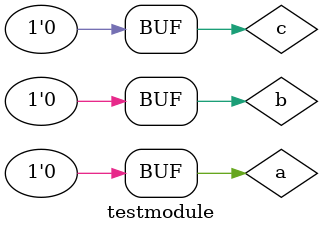
<source format=v>
`timescale 1ns / 1ps


module testmodule;

	// Inputs
	reg a;
	reg b;
	reg c;

	// Outputs
	wire y;

	// Instantiate the Unit Under Test (UUT)
	segundoprograma uut (
		.a(a), 
		.b(b), 
		.c(c), 
		.y(y)
	);

	initial begin
		// Initialize Inputs
		a = 0;
		b = 0;
		c = 0;

		// Wait 100 ns for global reset to finish
		#100;
        
		// Add stimulus here

	end
      
endmodule


</source>
